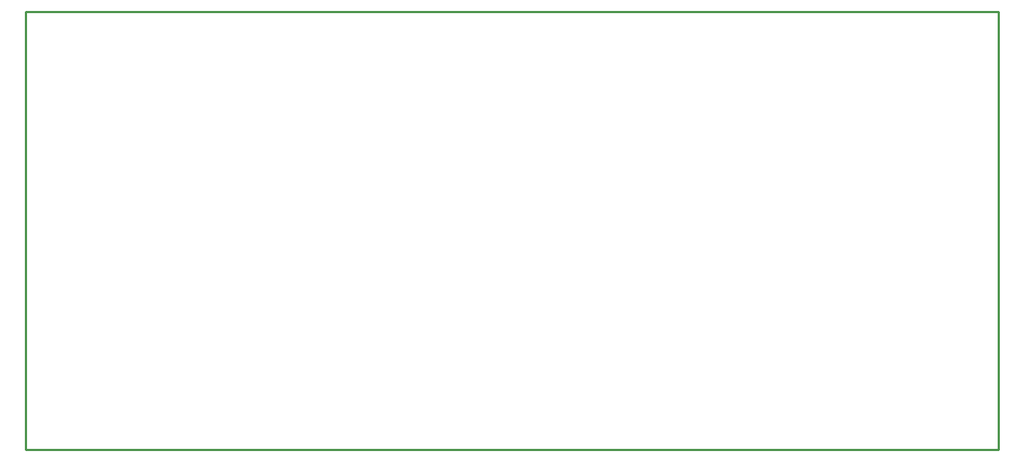
<source format=gko>
G04 Layer: BoardOutlineLayer*
G04 EasyEDA Pro v2.2.38.8, 2025-04-29 09:25:40*
G04 Gerber Generator version 0.3*
G04 Scale: 100 percent, Rotated: No, Reflected: No*
G04 Dimensions in millimeters*
G04 Leading zeros omitted, absolute positions, 4 integers and 5 decimals*
%FSLAX45Y45*%
%MOMM*%
%ADD10C,0.254*%
G75*


G04 Rect Start*
G54D10*
G01X-12700Y-5067300D02*
G01X-12700Y12700D01*
G01X11252200Y12700D01*
G01X11252200Y-5067300D01*
G01X-12700Y-5067300D01*
G04 Rect End*

M02*


</source>
